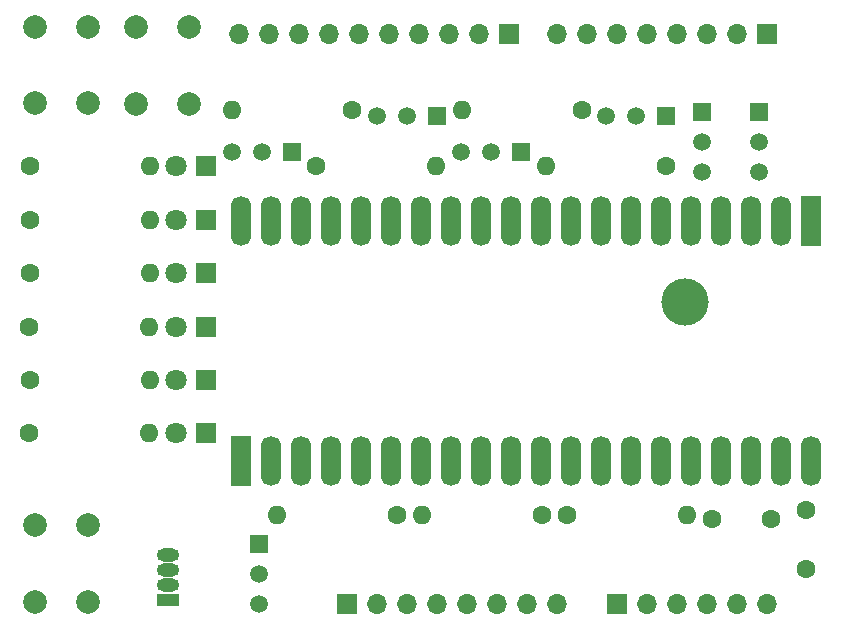
<source format=gbr>
%TF.GenerationSoftware,KiCad,Pcbnew,8.0.4*%
%TF.CreationDate,2024-09-11T09:24:51+02:00*%
%TF.ProjectId,Pico_Adapter,5069636f-5f41-4646-9170-7465722e6b69,V1.1*%
%TF.SameCoordinates,Original*%
%TF.FileFunction,Soldermask,Bot*%
%TF.FilePolarity,Negative*%
%FSLAX46Y46*%
G04 Gerber Fmt 4.6, Leading zero omitted, Abs format (unit mm)*
G04 Created by KiCad (PCBNEW 8.0.4) date 2024-09-11 09:24:51*
%MOMM*%
%LPD*%
G01*
G04 APERTURE LIST*
%ADD10R,1.500000X1.500000*%
%ADD11C,1.500000*%
%ADD12R,1.800000X1.800000*%
%ADD13C,1.800000*%
%ADD14R,1.700000X1.700000*%
%ADD15O,1.700000X1.700000*%
%ADD16C,1.600000*%
%ADD17O,1.600000X1.600000*%
%ADD18R,1.700000X4.240000*%
%ADD19C,1.700000*%
%ADD20O,1.700000X4.240000*%
%ADD21C,2.000000*%
%ADD22C,4.000000*%
%ADD23R,1.900000X1.140000*%
%ADD24O,1.900000X1.140000*%
G04 APERTURE END LIST*
D10*
%TO.C,B1*%
X99568000Y-150749000D03*
D11*
X99568000Y-153289000D03*
X99568000Y-155829000D03*
%TD*%
D10*
%TO.C,Q5*%
X121768600Y-117504400D03*
D11*
X119228600Y-117504400D03*
X116688600Y-117504400D03*
%TD*%
D12*
%TO.C,P5*%
X95052800Y-127791400D03*
D13*
X92512800Y-127791400D03*
%TD*%
D14*
%TO.C,X5*%
X129869600Y-155769400D03*
D15*
X132409600Y-155769400D03*
X134949600Y-155769400D03*
X137489600Y-155769400D03*
X140029600Y-155769400D03*
X142569600Y-155769400D03*
%TD*%
D16*
%TO.C,R3*%
X123521200Y-148238400D03*
D17*
X113361200Y-148238400D03*
%TD*%
D16*
%TO.C,R13*%
X80138000Y-118723600D03*
D17*
X90298000Y-118723600D03*
%TD*%
D14*
%TO.C,X2*%
X98018600Y-144931900D03*
D18*
X98018600Y-143661900D03*
D14*
X98018600Y-142391900D03*
D19*
X100558600Y-144931900D03*
D20*
X100558600Y-143661900D03*
D19*
X100558600Y-142391900D03*
X103098600Y-144931900D03*
D20*
X103098600Y-143661900D03*
D19*
X103098600Y-142391900D03*
X105638600Y-144931900D03*
D20*
X105638600Y-143661900D03*
D19*
X105638600Y-142391900D03*
X108178600Y-144931900D03*
D20*
X108178600Y-143661900D03*
D19*
X108178600Y-142391900D03*
X110718600Y-144931900D03*
D20*
X110718600Y-143661900D03*
D19*
X110718600Y-142391900D03*
X113258600Y-144931900D03*
D20*
X113258600Y-143661900D03*
D19*
X113258600Y-142391900D03*
X115798600Y-144931900D03*
D20*
X115798600Y-143661900D03*
D19*
X115798600Y-142391900D03*
X118338600Y-144931900D03*
D20*
X118338600Y-143661900D03*
D19*
X118338600Y-142391900D03*
X120878600Y-144931900D03*
D20*
X120878600Y-143661900D03*
D19*
X120878600Y-142391900D03*
X123418600Y-144931900D03*
D20*
X123418600Y-143661900D03*
D19*
X123418600Y-142391900D03*
X125958600Y-144931900D03*
D20*
X125958600Y-143661900D03*
D19*
X125958600Y-142391900D03*
X128498600Y-144931900D03*
D20*
X128498600Y-143661900D03*
D19*
X128498600Y-142391900D03*
X131038600Y-144931900D03*
D20*
X131038600Y-143661900D03*
D19*
X131038600Y-142391900D03*
X133578600Y-144931900D03*
D20*
X133578600Y-143661900D03*
D19*
X133578600Y-142391900D03*
X136118600Y-144931900D03*
D20*
X136118600Y-143661900D03*
D19*
X136118600Y-142391900D03*
X138658600Y-144931900D03*
D20*
X138658600Y-143661900D03*
D19*
X138658600Y-142391900D03*
X141198600Y-144931900D03*
D20*
X141198600Y-143661900D03*
D19*
X141198600Y-142391900D03*
X143738600Y-144931900D03*
D20*
X143738600Y-143661900D03*
D19*
X143738600Y-142391900D03*
X146278600Y-144931900D03*
D20*
X146278600Y-143661900D03*
D19*
X146278600Y-142391900D03*
%TD*%
D12*
%TO.C,P4*%
X95047800Y-132312600D03*
D13*
X92507800Y-132312600D03*
%TD*%
D12*
%TO.C,P6*%
X95052800Y-123270200D03*
D13*
X92512800Y-123270200D03*
%TD*%
D16*
%TO.C,C2*%
X145846800Y-152802600D03*
X145846800Y-147802600D03*
%TD*%
D21*
%TO.C,SW2*%
X89114800Y-113439200D03*
X89114800Y-106939200D03*
X93614800Y-113439200D03*
X93614800Y-106939200D03*
%TD*%
D16*
%TO.C,R14*%
X80133000Y-132312600D03*
D17*
X90293000Y-132312600D03*
%TD*%
D16*
%TO.C,R10*%
X80133000Y-141355000D03*
D17*
X90293000Y-141355000D03*
%TD*%
D16*
%TO.C,R11*%
X80138000Y-127791400D03*
D17*
X90298000Y-127791400D03*
%TD*%
D16*
%TO.C,R7*%
X111253000Y-148238400D03*
D17*
X101093000Y-148238400D03*
%TD*%
D16*
%TO.C,R2*%
X125654800Y-148238400D03*
D17*
X135814800Y-148238400D03*
%TD*%
D16*
%TO.C,R1*%
X107468400Y-113948400D03*
D17*
X97308400Y-113948400D03*
%TD*%
D12*
%TO.C,P7*%
X95052800Y-118749000D03*
D13*
X92512800Y-118749000D03*
%TD*%
D12*
%TO.C,P2*%
X95047800Y-141355000D03*
D13*
X92507800Y-141355000D03*
%TD*%
D14*
%TO.C,X6*%
X120727800Y-107518400D03*
D15*
X118187800Y-107518400D03*
X115647800Y-107518400D03*
X113107800Y-107518400D03*
X110567800Y-107518400D03*
X108027800Y-107518400D03*
X105487800Y-107518400D03*
X102947800Y-107518400D03*
X100407800Y-107518400D03*
X97867800Y-107518400D03*
%TD*%
D14*
%TO.C,X3*%
X107010600Y-155769400D03*
D15*
X109550600Y-155769400D03*
X112090600Y-155769400D03*
X114630600Y-155769400D03*
X117170600Y-155769400D03*
X119710600Y-155769400D03*
X122250600Y-155769400D03*
X124790600Y-155769400D03*
%TD*%
D22*
%TO.C,U1*%
X135648000Y-130202400D03*
%TD*%
D16*
%TO.C,R4*%
X134011400Y-118723600D03*
D17*
X123851400Y-118723600D03*
%TD*%
D10*
%TO.C,Q7*%
X102337600Y-117500000D03*
D11*
X99797600Y-117500000D03*
X97257600Y-117500000D03*
%TD*%
D23*
%TO.C,P1*%
X91821000Y-155448000D03*
D24*
X91821000Y-154178000D03*
X91821000Y-152908000D03*
X91821000Y-151638000D03*
%TD*%
D21*
%TO.C,SW1*%
X80604800Y-155650000D03*
X80604800Y-149150000D03*
X85104800Y-155650000D03*
X85104800Y-149150000D03*
%TD*%
D16*
%TO.C,R12*%
X80138000Y-136833800D03*
D17*
X90298000Y-136833800D03*
%TD*%
D14*
%TO.C,X1*%
X146278600Y-122072400D03*
D18*
X146278600Y-123342400D03*
D14*
X146278600Y-124612400D03*
D19*
X143738600Y-122072400D03*
D20*
X143738600Y-123342400D03*
D19*
X143738600Y-124612400D03*
X141198600Y-122072400D03*
D20*
X141198600Y-123342400D03*
D19*
X141198600Y-124612400D03*
X138658600Y-122072400D03*
D20*
X138658600Y-123342400D03*
D19*
X138658600Y-124612400D03*
X136118600Y-122072400D03*
D20*
X136118600Y-123342400D03*
D19*
X136118600Y-124612400D03*
X133578600Y-122072400D03*
D20*
X133578600Y-123342400D03*
D19*
X133578600Y-124612400D03*
X131038600Y-122072400D03*
D20*
X131038600Y-123342400D03*
D19*
X131038600Y-124612400D03*
X128498600Y-122072400D03*
D20*
X128498600Y-123342400D03*
D19*
X128498600Y-124612400D03*
X125958600Y-122072400D03*
D20*
X125958600Y-123342400D03*
D19*
X125958600Y-124612400D03*
X123418600Y-122072400D03*
D20*
X123418600Y-123342400D03*
D19*
X123418600Y-124612400D03*
X120878600Y-122072400D03*
D20*
X120878600Y-123342400D03*
D19*
X120878600Y-124612400D03*
X118338600Y-122072400D03*
D20*
X118338600Y-123342400D03*
D19*
X118338600Y-124612400D03*
X115798600Y-122072400D03*
D20*
X115798600Y-123342400D03*
D19*
X115798600Y-124612400D03*
X113258600Y-122072400D03*
D20*
X113258600Y-123342400D03*
D19*
X113258600Y-124612400D03*
X110718600Y-122072400D03*
D20*
X110718600Y-123342400D03*
D19*
X110718600Y-124612400D03*
X108178600Y-122072400D03*
D20*
X108178600Y-123342400D03*
D19*
X108178600Y-124612400D03*
X105638600Y-122072400D03*
D20*
X105638600Y-123342400D03*
D19*
X105638600Y-124612400D03*
X103098600Y-122072400D03*
D20*
X103098600Y-123342400D03*
D19*
X103098600Y-124612400D03*
X100558600Y-122072400D03*
D20*
X100558600Y-123342400D03*
D19*
X100558600Y-124612400D03*
X98018600Y-122072400D03*
D20*
X98018600Y-123342400D03*
D19*
X98018600Y-124612400D03*
%TD*%
D16*
%TO.C,R6*%
X104420400Y-118723600D03*
D17*
X114580400Y-118723600D03*
%TD*%
D10*
%TO.C,Q4*%
X134062200Y-114452000D03*
D11*
X131522200Y-114452000D03*
X128982200Y-114452000D03*
%TD*%
D16*
%TO.C,R15*%
X80138000Y-123270200D03*
D17*
X90298000Y-123270200D03*
%TD*%
D16*
%TO.C,C1*%
X137922000Y-148590000D03*
X142922000Y-148590000D03*
%TD*%
D10*
%TO.C,Q6*%
X114656600Y-114456400D03*
D11*
X112116600Y-114456400D03*
X109576600Y-114456400D03*
%TD*%
D10*
%TO.C,Q3*%
X137110200Y-114151600D03*
D11*
X137110200Y-116691600D03*
X137110200Y-119231600D03*
%TD*%
D14*
%TO.C,X4*%
X142569600Y-107518400D03*
D15*
X140029600Y-107518400D03*
X137489600Y-107518400D03*
X134949600Y-107518400D03*
X132409600Y-107518400D03*
X129869600Y-107518400D03*
X127329600Y-107518400D03*
X124789600Y-107518400D03*
%TD*%
D12*
%TO.C,P3*%
X95052800Y-136833800D03*
D13*
X92512800Y-136833800D03*
%TD*%
D21*
%TO.C,SW3*%
X80580400Y-113413800D03*
X80580400Y-106913800D03*
X85080400Y-113413800D03*
X85080400Y-106913800D03*
%TD*%
D16*
%TO.C,R5*%
X126899400Y-113948400D03*
D17*
X116739400Y-113948400D03*
%TD*%
D10*
%TO.C,Q2*%
X141885400Y-114151600D03*
D11*
X141885400Y-116691600D03*
X141885400Y-119231600D03*
%TD*%
M02*

</source>
